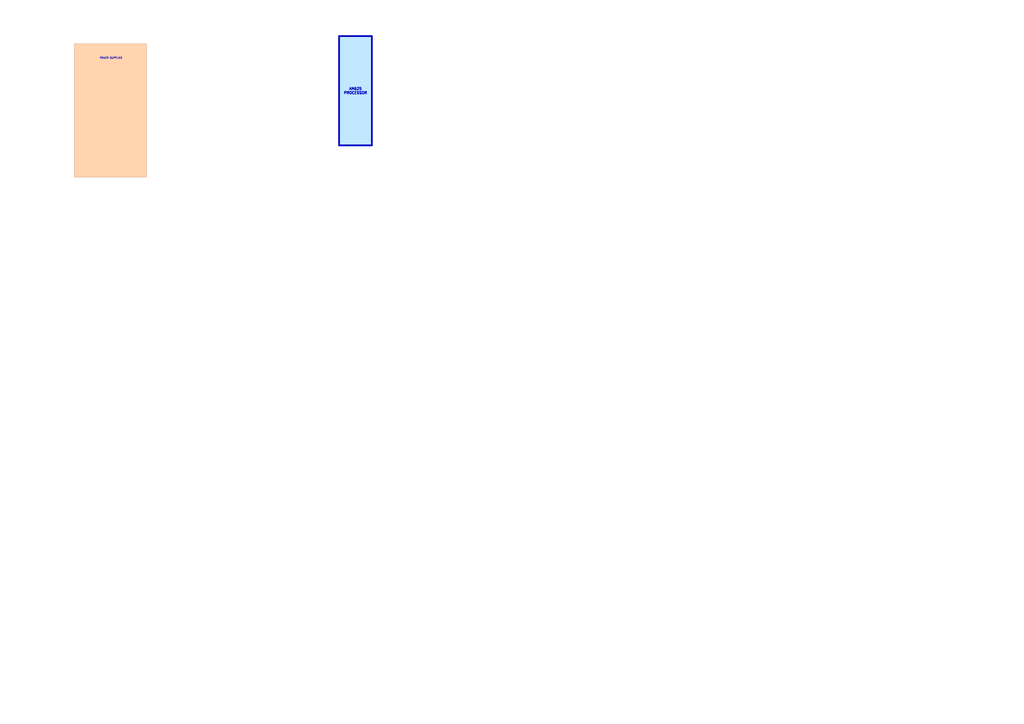
<source format=kicad_sch>
(kicad_sch (version 20230121) (generator eeschema)

  (uuid c77791b5-254c-4a04-9663-41cdde5cb9b9)

  (paper "A0")

  (lib_symbols
  )


  (text_box "AM625\nPROCESSOR\n"
    (at 393.7 41.91 0) (size 38.1 127)
    (stroke (width 2) (type default))
    (fill (type color) (color 132 208 255 0.5))
    (effects (font (size 3 3) (thickness 0.8) bold))
    (uuid 71f0d017-2320-4616-8995-3738a1d98830)
  )

  (text "POWER SUPPLIES" (at 115.57 68.58 0)
    (effects (font (size 2 2) (thickness 0.4) bold) (justify left bottom))
    (uuid 86e503ef-810b-412d-939d-b48c27d5ca0b)
  )

  (sheet (at 86.36 50.8) (size 83.82 154.94) (fields_autoplaced)
    (stroke (width 0.1524) (type solid))
    (fill (color 255 171 97 0.5000))
    (uuid 21e26d52-2ea8-4a10-919a-171c093863d3)
    (property "Sheetname" "POWER REGULATOR BD" (at 86.36 50.0884 0)
      (effects (font (size 1.27 1.27)) (justify left bottom) hide)
    )
    (property "Sheetfile" "PwrRegBD.kicad_sch" (at 86.36 206.3246 0)
      (effects (font (size 1.27 1.27)) (justify left top) hide)
    )
    (instances
      (project "BenchyMotherBoard-PCB"
        (path "/2ea077fe-b0e6-467f-a1c1-8336ebdb7a86/8f817046-ffe0-414c-bffa-ffda8f07d1a1" (page "8"))
      )
    )
  )
)

</source>
